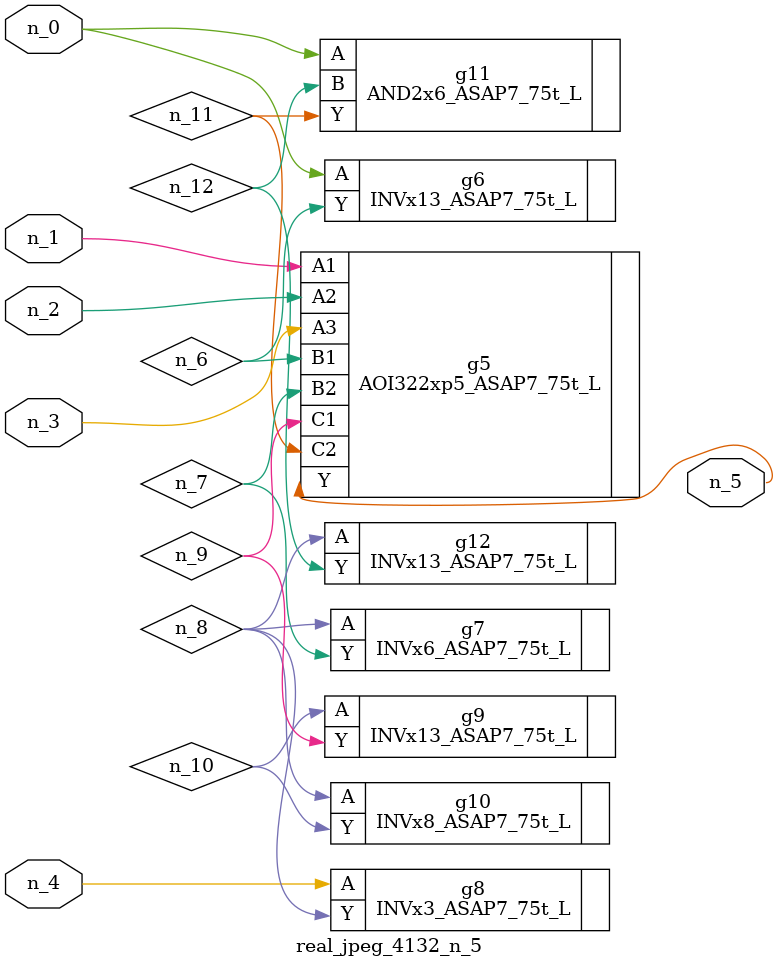
<source format=v>
module real_jpeg_4132_n_5 (n_4, n_0, n_1, n_2, n_3, n_5);

input n_4;
input n_0;
input n_1;
input n_2;
input n_3;

output n_5;

wire n_12;
wire n_8;
wire n_11;
wire n_6;
wire n_7;
wire n_10;
wire n_9;

INVx13_ASAP7_75t_L g6 ( 
.A(n_0),
.Y(n_6)
);

AND2x6_ASAP7_75t_L g11 ( 
.A(n_0),
.B(n_12),
.Y(n_11)
);

AOI322xp5_ASAP7_75t_L g5 ( 
.A1(n_1),
.A2(n_2),
.A3(n_3),
.B1(n_6),
.B2(n_7),
.C1(n_9),
.C2(n_11),
.Y(n_5)
);

INVx3_ASAP7_75t_L g8 ( 
.A(n_4),
.Y(n_8)
);

INVx6_ASAP7_75t_L g7 ( 
.A(n_8),
.Y(n_7)
);

INVx8_ASAP7_75t_L g10 ( 
.A(n_8),
.Y(n_10)
);

INVx13_ASAP7_75t_L g12 ( 
.A(n_8),
.Y(n_12)
);

INVx13_ASAP7_75t_L g9 ( 
.A(n_10),
.Y(n_9)
);


endmodule
</source>
